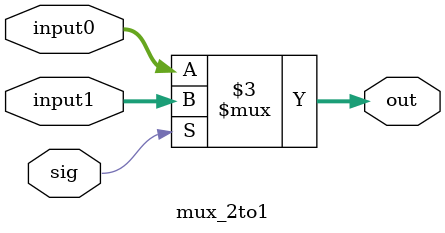
<source format=v>
`timescale 1ns/10ps

module mux_2to1 (input wire [31:0] input0, input wire [31:0] input1, input wire sig, output reg [31:0] out);

always@(*)begin
		if (sig) begin
			out[31:0] <= input1[31:0];
		end
		else begin
			out[31:0] <= input0[31:0];
		end
	end

endmodule

</source>
